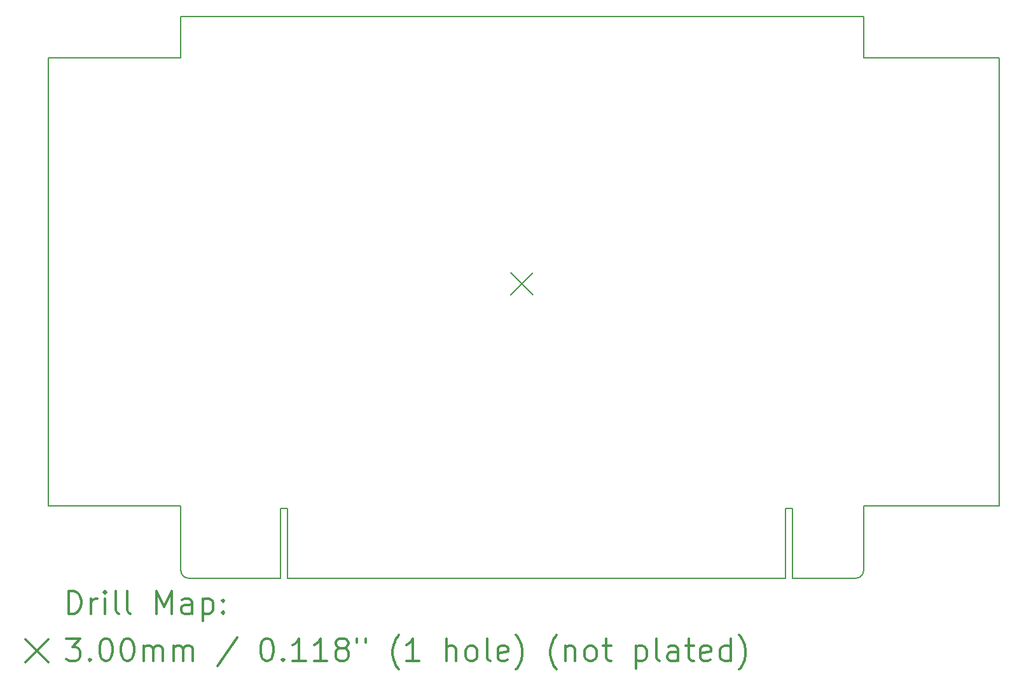
<source format=gbr>
%FSLAX45Y45*%
G04 Gerber Fmt 4.5, Leading zero omitted, Abs format (unit mm)*
G04 Created by KiCad (PCBNEW 4.0.7) date 08/03/18 22:49:19*
%MOMM*%
%LPD*%
G01*
G04 APERTURE LIST*
%ADD10C,0.127000*%
%ADD11C,0.150000*%
%ADD12C,0.200000*%
%ADD13C,0.300000*%
G04 APERTURE END LIST*
D10*
D11*
X15247620Y-3471480D02*
X15247620Y-4018000D01*
X17054000Y-4018000D02*
X15247620Y-4018000D01*
X6160770Y-4018000D02*
X6160770Y-3471480D01*
X6160770Y-4018000D02*
X4400000Y-4018000D01*
X15147620Y-10952988D02*
G75*
G03X15247620Y-10852988I0J100000D01*
G01*
X6160770Y-10852988D02*
G75*
G03X6260770Y-10952988I100000J0D01*
G01*
X6160770Y-10852988D02*
X6160770Y-9988550D01*
X7487412Y-10952988D02*
X6260770Y-10952988D01*
X7487412Y-10021824D02*
X7487412Y-10952988D01*
X7583424Y-10021824D02*
X7487412Y-10021824D01*
X7583424Y-10952988D02*
X7583424Y-10021824D01*
X14206728Y-10952988D02*
X7583424Y-10952988D01*
X14206728Y-10021824D02*
X14206728Y-10952988D01*
X14305788Y-10021824D02*
X14206728Y-10021824D01*
X14305788Y-10952988D02*
X14305788Y-10021824D01*
X15147620Y-10952988D02*
X14305788Y-10952988D01*
X15247620Y-9988550D02*
X15247620Y-10852988D01*
X15247620Y-9988550D02*
X17054000Y-9988550D01*
X6160770Y-9988550D02*
X4400000Y-9988550D01*
X4400000Y-4018000D02*
X4400000Y-9988550D01*
X15247620Y-3471480D02*
X6160770Y-3471480D01*
X17054000Y-9988550D02*
X17054000Y-4018000D01*
D12*
X10551000Y-6882988D02*
X10851000Y-7182988D01*
X10851000Y-6882988D02*
X10551000Y-7182988D01*
D13*
X4663929Y-11426202D02*
X4663929Y-11126202D01*
X4735357Y-11126202D01*
X4778214Y-11140488D01*
X4806786Y-11169060D01*
X4821071Y-11197631D01*
X4835357Y-11254774D01*
X4835357Y-11297631D01*
X4821071Y-11354774D01*
X4806786Y-11383345D01*
X4778214Y-11411917D01*
X4735357Y-11426202D01*
X4663929Y-11426202D01*
X4963929Y-11426202D02*
X4963929Y-11226202D01*
X4963929Y-11283345D02*
X4978214Y-11254774D01*
X4992500Y-11240488D01*
X5021071Y-11226202D01*
X5049643Y-11226202D01*
X5149643Y-11426202D02*
X5149643Y-11226202D01*
X5149643Y-11126202D02*
X5135357Y-11140488D01*
X5149643Y-11154774D01*
X5163929Y-11140488D01*
X5149643Y-11126202D01*
X5149643Y-11154774D01*
X5335357Y-11426202D02*
X5306786Y-11411917D01*
X5292500Y-11383345D01*
X5292500Y-11126202D01*
X5492500Y-11426202D02*
X5463929Y-11411917D01*
X5449643Y-11383345D01*
X5449643Y-11126202D01*
X5835357Y-11426202D02*
X5835357Y-11126202D01*
X5935357Y-11340488D01*
X6035357Y-11126202D01*
X6035357Y-11426202D01*
X6306786Y-11426202D02*
X6306786Y-11269059D01*
X6292500Y-11240488D01*
X6263928Y-11226202D01*
X6206786Y-11226202D01*
X6178214Y-11240488D01*
X6306786Y-11411917D02*
X6278214Y-11426202D01*
X6206786Y-11426202D01*
X6178214Y-11411917D01*
X6163928Y-11383345D01*
X6163928Y-11354774D01*
X6178214Y-11326202D01*
X6206786Y-11311917D01*
X6278214Y-11311917D01*
X6306786Y-11297631D01*
X6449643Y-11226202D02*
X6449643Y-11526202D01*
X6449643Y-11240488D02*
X6478214Y-11226202D01*
X6535357Y-11226202D01*
X6563928Y-11240488D01*
X6578214Y-11254774D01*
X6592500Y-11283345D01*
X6592500Y-11369059D01*
X6578214Y-11397631D01*
X6563928Y-11411917D01*
X6535357Y-11426202D01*
X6478214Y-11426202D01*
X6449643Y-11411917D01*
X6721071Y-11397631D02*
X6735357Y-11411917D01*
X6721071Y-11426202D01*
X6706786Y-11411917D01*
X6721071Y-11397631D01*
X6721071Y-11426202D01*
X6721071Y-11240488D02*
X6735357Y-11254774D01*
X6721071Y-11269059D01*
X6706786Y-11254774D01*
X6721071Y-11240488D01*
X6721071Y-11269059D01*
X4092500Y-11770488D02*
X4392500Y-12070488D01*
X4392500Y-11770488D02*
X4092500Y-12070488D01*
X4635357Y-11756202D02*
X4821071Y-11756202D01*
X4721071Y-11870488D01*
X4763929Y-11870488D01*
X4792500Y-11884774D01*
X4806786Y-11899059D01*
X4821071Y-11927631D01*
X4821071Y-11999059D01*
X4806786Y-12027631D01*
X4792500Y-12041917D01*
X4763929Y-12056202D01*
X4678214Y-12056202D01*
X4649643Y-12041917D01*
X4635357Y-12027631D01*
X4949643Y-12027631D02*
X4963929Y-12041917D01*
X4949643Y-12056202D01*
X4935357Y-12041917D01*
X4949643Y-12027631D01*
X4949643Y-12056202D01*
X5149643Y-11756202D02*
X5178214Y-11756202D01*
X5206786Y-11770488D01*
X5221071Y-11784774D01*
X5235357Y-11813345D01*
X5249643Y-11870488D01*
X5249643Y-11941917D01*
X5235357Y-11999059D01*
X5221071Y-12027631D01*
X5206786Y-12041917D01*
X5178214Y-12056202D01*
X5149643Y-12056202D01*
X5121071Y-12041917D01*
X5106786Y-12027631D01*
X5092500Y-11999059D01*
X5078214Y-11941917D01*
X5078214Y-11870488D01*
X5092500Y-11813345D01*
X5106786Y-11784774D01*
X5121071Y-11770488D01*
X5149643Y-11756202D01*
X5435357Y-11756202D02*
X5463929Y-11756202D01*
X5492500Y-11770488D01*
X5506786Y-11784774D01*
X5521071Y-11813345D01*
X5535357Y-11870488D01*
X5535357Y-11941917D01*
X5521071Y-11999059D01*
X5506786Y-12027631D01*
X5492500Y-12041917D01*
X5463929Y-12056202D01*
X5435357Y-12056202D01*
X5406786Y-12041917D01*
X5392500Y-12027631D01*
X5378214Y-11999059D01*
X5363929Y-11941917D01*
X5363929Y-11870488D01*
X5378214Y-11813345D01*
X5392500Y-11784774D01*
X5406786Y-11770488D01*
X5435357Y-11756202D01*
X5663928Y-12056202D02*
X5663928Y-11856202D01*
X5663928Y-11884774D02*
X5678214Y-11870488D01*
X5706786Y-11856202D01*
X5749643Y-11856202D01*
X5778214Y-11870488D01*
X5792500Y-11899059D01*
X5792500Y-12056202D01*
X5792500Y-11899059D02*
X5806786Y-11870488D01*
X5835357Y-11856202D01*
X5878214Y-11856202D01*
X5906786Y-11870488D01*
X5921071Y-11899059D01*
X5921071Y-12056202D01*
X6063928Y-12056202D02*
X6063928Y-11856202D01*
X6063928Y-11884774D02*
X6078214Y-11870488D01*
X6106786Y-11856202D01*
X6149643Y-11856202D01*
X6178214Y-11870488D01*
X6192500Y-11899059D01*
X6192500Y-12056202D01*
X6192500Y-11899059D02*
X6206786Y-11870488D01*
X6235357Y-11856202D01*
X6278214Y-11856202D01*
X6306786Y-11870488D01*
X6321071Y-11899059D01*
X6321071Y-12056202D01*
X6906786Y-11741917D02*
X6649643Y-12127631D01*
X7292500Y-11756202D02*
X7321071Y-11756202D01*
X7349643Y-11770488D01*
X7363928Y-11784774D01*
X7378214Y-11813345D01*
X7392500Y-11870488D01*
X7392500Y-11941917D01*
X7378214Y-11999059D01*
X7363928Y-12027631D01*
X7349643Y-12041917D01*
X7321071Y-12056202D01*
X7292500Y-12056202D01*
X7263928Y-12041917D01*
X7249643Y-12027631D01*
X7235357Y-11999059D01*
X7221071Y-11941917D01*
X7221071Y-11870488D01*
X7235357Y-11813345D01*
X7249643Y-11784774D01*
X7263928Y-11770488D01*
X7292500Y-11756202D01*
X7521071Y-12027631D02*
X7535357Y-12041917D01*
X7521071Y-12056202D01*
X7506786Y-12041917D01*
X7521071Y-12027631D01*
X7521071Y-12056202D01*
X7821071Y-12056202D02*
X7649643Y-12056202D01*
X7735357Y-12056202D02*
X7735357Y-11756202D01*
X7706785Y-11799059D01*
X7678214Y-11827631D01*
X7649643Y-11841917D01*
X8106785Y-12056202D02*
X7935357Y-12056202D01*
X8021071Y-12056202D02*
X8021071Y-11756202D01*
X7992500Y-11799059D01*
X7963928Y-11827631D01*
X7935357Y-11841917D01*
X8278214Y-11884774D02*
X8249643Y-11870488D01*
X8235357Y-11856202D01*
X8221071Y-11827631D01*
X8221071Y-11813345D01*
X8235357Y-11784774D01*
X8249643Y-11770488D01*
X8278214Y-11756202D01*
X8335357Y-11756202D01*
X8363928Y-11770488D01*
X8378214Y-11784774D01*
X8392500Y-11813345D01*
X8392500Y-11827631D01*
X8378214Y-11856202D01*
X8363928Y-11870488D01*
X8335357Y-11884774D01*
X8278214Y-11884774D01*
X8249643Y-11899059D01*
X8235357Y-11913345D01*
X8221071Y-11941917D01*
X8221071Y-11999059D01*
X8235357Y-12027631D01*
X8249643Y-12041917D01*
X8278214Y-12056202D01*
X8335357Y-12056202D01*
X8363928Y-12041917D01*
X8378214Y-12027631D01*
X8392500Y-11999059D01*
X8392500Y-11941917D01*
X8378214Y-11913345D01*
X8363928Y-11899059D01*
X8335357Y-11884774D01*
X8506786Y-11756202D02*
X8506786Y-11813345D01*
X8621071Y-11756202D02*
X8621071Y-11813345D01*
X9063928Y-12170488D02*
X9049643Y-12156202D01*
X9021071Y-12113345D01*
X9006786Y-12084774D01*
X8992500Y-12041917D01*
X8978214Y-11970488D01*
X8978214Y-11913345D01*
X8992500Y-11841917D01*
X9006786Y-11799059D01*
X9021071Y-11770488D01*
X9049643Y-11727631D01*
X9063928Y-11713345D01*
X9335357Y-12056202D02*
X9163928Y-12056202D01*
X9249643Y-12056202D02*
X9249643Y-11756202D01*
X9221071Y-11799059D01*
X9192500Y-11827631D01*
X9163928Y-11841917D01*
X9692500Y-12056202D02*
X9692500Y-11756202D01*
X9821071Y-12056202D02*
X9821071Y-11899059D01*
X9806786Y-11870488D01*
X9778214Y-11856202D01*
X9735357Y-11856202D01*
X9706786Y-11870488D01*
X9692500Y-11884774D01*
X10006786Y-12056202D02*
X9978214Y-12041917D01*
X9963928Y-12027631D01*
X9949643Y-11999059D01*
X9949643Y-11913345D01*
X9963928Y-11884774D01*
X9978214Y-11870488D01*
X10006786Y-11856202D01*
X10049643Y-11856202D01*
X10078214Y-11870488D01*
X10092500Y-11884774D01*
X10106786Y-11913345D01*
X10106786Y-11999059D01*
X10092500Y-12027631D01*
X10078214Y-12041917D01*
X10049643Y-12056202D01*
X10006786Y-12056202D01*
X10278214Y-12056202D02*
X10249643Y-12041917D01*
X10235357Y-12013345D01*
X10235357Y-11756202D01*
X10506786Y-12041917D02*
X10478214Y-12056202D01*
X10421071Y-12056202D01*
X10392500Y-12041917D01*
X10378214Y-12013345D01*
X10378214Y-11899059D01*
X10392500Y-11870488D01*
X10421071Y-11856202D01*
X10478214Y-11856202D01*
X10506786Y-11870488D01*
X10521071Y-11899059D01*
X10521071Y-11927631D01*
X10378214Y-11956202D01*
X10621071Y-12170488D02*
X10635357Y-12156202D01*
X10663929Y-12113345D01*
X10678214Y-12084774D01*
X10692500Y-12041917D01*
X10706786Y-11970488D01*
X10706786Y-11913345D01*
X10692500Y-11841917D01*
X10678214Y-11799059D01*
X10663929Y-11770488D01*
X10635357Y-11727631D01*
X10621071Y-11713345D01*
X11163929Y-12170488D02*
X11149643Y-12156202D01*
X11121071Y-12113345D01*
X11106786Y-12084774D01*
X11092500Y-12041917D01*
X11078214Y-11970488D01*
X11078214Y-11913345D01*
X11092500Y-11841917D01*
X11106786Y-11799059D01*
X11121071Y-11770488D01*
X11149643Y-11727631D01*
X11163929Y-11713345D01*
X11278214Y-11856202D02*
X11278214Y-12056202D01*
X11278214Y-11884774D02*
X11292500Y-11870488D01*
X11321071Y-11856202D01*
X11363928Y-11856202D01*
X11392500Y-11870488D01*
X11406786Y-11899059D01*
X11406786Y-12056202D01*
X11592500Y-12056202D02*
X11563928Y-12041917D01*
X11549643Y-12027631D01*
X11535357Y-11999059D01*
X11535357Y-11913345D01*
X11549643Y-11884774D01*
X11563928Y-11870488D01*
X11592500Y-11856202D01*
X11635357Y-11856202D01*
X11663928Y-11870488D01*
X11678214Y-11884774D01*
X11692500Y-11913345D01*
X11692500Y-11999059D01*
X11678214Y-12027631D01*
X11663928Y-12041917D01*
X11635357Y-12056202D01*
X11592500Y-12056202D01*
X11778214Y-11856202D02*
X11892500Y-11856202D01*
X11821071Y-11756202D02*
X11821071Y-12013345D01*
X11835357Y-12041917D01*
X11863928Y-12056202D01*
X11892500Y-12056202D01*
X12221071Y-11856202D02*
X12221071Y-12156202D01*
X12221071Y-11870488D02*
X12249643Y-11856202D01*
X12306786Y-11856202D01*
X12335357Y-11870488D01*
X12349643Y-11884774D01*
X12363928Y-11913345D01*
X12363928Y-11999059D01*
X12349643Y-12027631D01*
X12335357Y-12041917D01*
X12306786Y-12056202D01*
X12249643Y-12056202D01*
X12221071Y-12041917D01*
X12535357Y-12056202D02*
X12506786Y-12041917D01*
X12492500Y-12013345D01*
X12492500Y-11756202D01*
X12778214Y-12056202D02*
X12778214Y-11899059D01*
X12763929Y-11870488D01*
X12735357Y-11856202D01*
X12678214Y-11856202D01*
X12649643Y-11870488D01*
X12778214Y-12041917D02*
X12749643Y-12056202D01*
X12678214Y-12056202D01*
X12649643Y-12041917D01*
X12635357Y-12013345D01*
X12635357Y-11984774D01*
X12649643Y-11956202D01*
X12678214Y-11941917D01*
X12749643Y-11941917D01*
X12778214Y-11927631D01*
X12878214Y-11856202D02*
X12992500Y-11856202D01*
X12921071Y-11756202D02*
X12921071Y-12013345D01*
X12935357Y-12041917D01*
X12963929Y-12056202D01*
X12992500Y-12056202D01*
X13206786Y-12041917D02*
X13178214Y-12056202D01*
X13121071Y-12056202D01*
X13092500Y-12041917D01*
X13078214Y-12013345D01*
X13078214Y-11899059D01*
X13092500Y-11870488D01*
X13121071Y-11856202D01*
X13178214Y-11856202D01*
X13206786Y-11870488D01*
X13221071Y-11899059D01*
X13221071Y-11927631D01*
X13078214Y-11956202D01*
X13478214Y-12056202D02*
X13478214Y-11756202D01*
X13478214Y-12041917D02*
X13449643Y-12056202D01*
X13392500Y-12056202D01*
X13363929Y-12041917D01*
X13349643Y-12027631D01*
X13335357Y-11999059D01*
X13335357Y-11913345D01*
X13349643Y-11884774D01*
X13363929Y-11870488D01*
X13392500Y-11856202D01*
X13449643Y-11856202D01*
X13478214Y-11870488D01*
X13592500Y-12170488D02*
X13606786Y-12156202D01*
X13635357Y-12113345D01*
X13649643Y-12084774D01*
X13663929Y-12041917D01*
X13678214Y-11970488D01*
X13678214Y-11913345D01*
X13663929Y-11841917D01*
X13649643Y-11799059D01*
X13635357Y-11770488D01*
X13606786Y-11727631D01*
X13592500Y-11713345D01*
M02*

</source>
